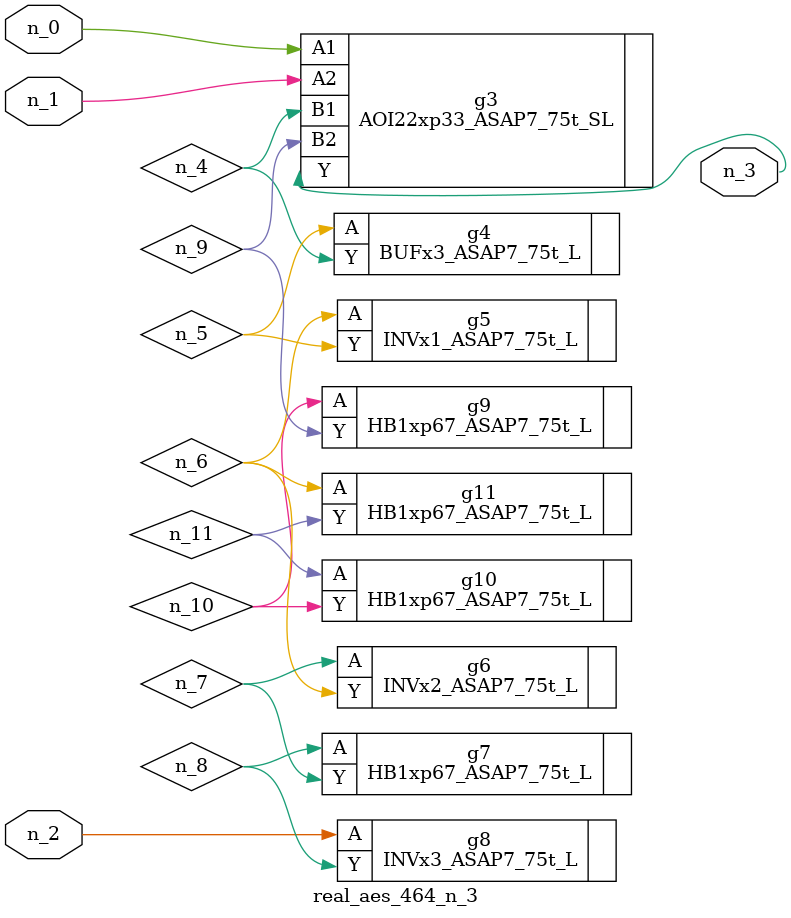
<source format=v>
module real_aes_464_n_3 (n_0, n_2, n_1, n_3);
input n_0;
input n_2;
input n_1;
output n_3;
wire n_4;
wire n_5;
wire n_7;
wire n_9;
wire n_6;
wire n_8;
wire n_10;
wire n_11;
AOI22xp33_ASAP7_75t_SL g3 ( .A1(n_0), .A2(n_1), .B1(n_4), .B2(n_9), .Y(n_3) );
INVx3_ASAP7_75t_L g8 ( .A(n_2), .Y(n_8) );
BUFx3_ASAP7_75t_L g4 ( .A(n_5), .Y(n_4) );
INVx1_ASAP7_75t_L g5 ( .A(n_6), .Y(n_5) );
HB1xp67_ASAP7_75t_L g11 ( .A(n_6), .Y(n_11) );
INVx2_ASAP7_75t_L g6 ( .A(n_7), .Y(n_6) );
HB1xp67_ASAP7_75t_L g7 ( .A(n_8), .Y(n_7) );
HB1xp67_ASAP7_75t_L g9 ( .A(n_10), .Y(n_9) );
HB1xp67_ASAP7_75t_L g10 ( .A(n_11), .Y(n_10) );
endmodule
</source>
